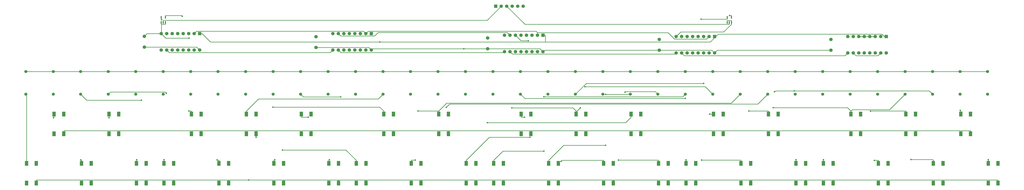
<source format=gtl>
G04 Layer: TopLayer*
G04 EasyEDA v6.5.40, 2024-07-22 23:31:44*
G04 cb6e2e9fbd21486d88ae5690d2d3dc00,10*
G04 Gerber Generator version 0.2*
G04 Scale: 100 percent, Rotated: No, Reflected: No *
G04 Dimensions in millimeters *
G04 leading zeros omitted , absolute positions ,4 integer and 5 decimal *
%FSLAX45Y45*%
%MOMM*%

%ADD10C,0.2540*%
%ADD11R,0.4900X1.1570*%
%ADD12R,0.4900X1.1750*%
%ADD13R,1.5000X2.3000*%
%ADD14C,1.6000*%
%ADD15R,1.6000X1.6000*%
%ADD16C,1.5748*%
%ADD17R,1.5748X1.5748*%
%ADD18C,1.4000*%
%ADD19C,0.7000*%
%ADD20C,0.0170*%

%LPD*%
D10*
X14693900Y4191000D02*
G01*
X14575916Y4073017D01*
X7132599Y4073017D01*
X7014616Y4191000D01*
X33020000Y5386857D02*
G01*
X33014411Y5381244D01*
X23574756Y5381244D01*
X22733000Y6223000D01*
X33020000Y5472633D02*
G01*
X33020000Y5386857D01*
X38493700Y4051300D02*
G01*
X38370256Y3927932D01*
X30937708Y3927932D01*
X30814518Y4051300D01*
X22627158Y4114800D02*
G01*
X22583470Y4071112D01*
X15067788Y4071112D01*
X14947900Y4191000D01*
X22479000Y6223000D02*
G01*
X21830131Y5574131D01*
X6873722Y5574131D01*
X6858000Y5558409D01*
X6858000Y5472633D02*
G01*
X6858000Y5558409D01*
X30560518Y4051300D02*
G01*
X30511750Y4002481D01*
X22993477Y4002481D01*
X22881158Y4114800D01*
X10697006Y1359915D02*
G01*
X11254409Y1917319D01*
X16793311Y1917319D01*
X17018000Y2142007D01*
X10697006Y1216990D02*
G01*
X10697006Y1359915D01*
X33114995Y5703366D02*
G01*
X33114995Y5790031D01*
X33114995Y5790031D02*
G01*
X33037779Y5790031D01*
X16217900Y4953000D02*
G01*
X16109797Y5061102D01*
X8392718Y5061102D01*
X8284616Y4953000D01*
X24151158Y4991988D02*
G01*
X30187391Y4991988D01*
X30485079Y4694402D01*
X31965645Y4694402D01*
X32084518Y4813300D01*
X24151158Y4876800D02*
G01*
X24151158Y4991988D01*
X24151158Y4991988D02*
G01*
X24082044Y5061102D01*
X16326002Y5061102D01*
X16217900Y4953000D01*
X22881158Y4876800D02*
G01*
X22758476Y4999481D01*
X16784548Y4999481D01*
X16625087Y4840020D01*
X15060879Y4840020D01*
X14947900Y4953000D01*
X508000Y2142007D02*
G01*
X537006Y2113000D01*
X537006Y-1069009D01*
X41176956Y1216990D02*
G01*
X41176956Y1359915D01*
X41176956Y1359915D02*
G01*
X39549577Y1359915D01*
X39545768Y1356309D01*
X1807006Y1216990D02*
G01*
X1807006Y1074064D01*
X1779320Y1050569D02*
G01*
X1802815Y1074064D01*
X1807006Y1074064D01*
X8157006Y1216990D02*
G01*
X8157006Y1359915D01*
X8157006Y1359915D02*
G01*
X8037220Y1359915D01*
X8606993Y449935D02*
G01*
X8607170Y450113D01*
X11146815Y450113D01*
X11146993Y449935D01*
X8606993Y307009D02*
G01*
X8606993Y449935D01*
X11146993Y307009D02*
G01*
X11146993Y449935D01*
X7336993Y-1978990D02*
G01*
X7336993Y-1836064D01*
X6066993Y-1978990D02*
G01*
X6066993Y-1836064D01*
X3526993Y-1978990D02*
G01*
X3526993Y-1836064D01*
X6066993Y-1835886D02*
G01*
X6066993Y-1836064D01*
X4796993Y449935D02*
G01*
X4796815Y450113D01*
X2257170Y450113D01*
X2256993Y449935D01*
X2256993Y307009D02*
G01*
X2256993Y449935D01*
X986993Y-1978990D02*
G01*
X986993Y-1836064D01*
X3526993Y-1835886D02*
G01*
X3526993Y-1836064D01*
X6066993Y-1835886D02*
G01*
X3526993Y-1835886D01*
X3526993Y-1835886D02*
G01*
X987170Y-1835886D01*
X986993Y-1836064D01*
X4796993Y307009D02*
G01*
X4796993Y439851D01*
X4796993Y439851D02*
G01*
X4796993Y449935D01*
X4796993Y449935D02*
G01*
X4797170Y450113D01*
X8606815Y450113D01*
X8606993Y449935D01*
X9876993Y-1978990D02*
G01*
X9876993Y-1836064D01*
X7336993Y-1836064D02*
G01*
X7336993Y-1835886D01*
X6066993Y-1835886D02*
G01*
X7336993Y-1835886D01*
X7336993Y-1835886D02*
G01*
X9876815Y-1835886D01*
X9876993Y-1836064D01*
X45437043Y-1836064D02*
G01*
X45436790Y-1835886D01*
X42897298Y-1835886D01*
X42897043Y-1836064D01*
X45437043Y-1978990D02*
G01*
X45437043Y-1836064D01*
X44167043Y307009D02*
G01*
X44167043Y449935D01*
X41627043Y307009D02*
G01*
X41627043Y449935D01*
X42897043Y-1978990D02*
G01*
X42897043Y-1846148D01*
X42897043Y-1846148D02*
G01*
X42897043Y-1836064D01*
X42897043Y-1836064D02*
G01*
X42896790Y-1835886D01*
X40357298Y-1835886D01*
X40357043Y-1836064D01*
X39087043Y307009D02*
G01*
X39087043Y449935D01*
X41627043Y450113D02*
G01*
X41627043Y449935D01*
X44167043Y449935D02*
G01*
X44166790Y450113D01*
X41627043Y450113D01*
X40357043Y-1978990D02*
G01*
X40357043Y-1846148D01*
X40357043Y-1846148D02*
G01*
X40357043Y-1836064D01*
X40357043Y-1836064D02*
G01*
X40356790Y-1835886D01*
X37817298Y-1835886D01*
X37817043Y-1836064D01*
X35277043Y307009D02*
G01*
X35277043Y449935D01*
X39087043Y450113D02*
G01*
X39087043Y449935D01*
X41627043Y450113D02*
G01*
X39087043Y450113D01*
X37817043Y-1978990D02*
G01*
X37817043Y-1846148D01*
X37817043Y-1846148D02*
G01*
X37817043Y-1836064D01*
X37817043Y-1836064D02*
G01*
X37816790Y-1835886D01*
X36547298Y-1835886D01*
X36547043Y-1836064D01*
X36547043Y-1978990D02*
G01*
X36547043Y-1846148D01*
X36547043Y-1846148D02*
G01*
X36547043Y-1836064D01*
X36547043Y-1836064D02*
G01*
X36546790Y-1835886D01*
X34007298Y-1835886D01*
X34007043Y-1836064D01*
X32737043Y307009D02*
G01*
X32737043Y449935D01*
X35277043Y450113D02*
G01*
X35277043Y449935D01*
X39087043Y450113D02*
G01*
X35277043Y450113D01*
X34007043Y-1978990D02*
G01*
X34007043Y-1846148D01*
X34007043Y-1846148D02*
G01*
X34007043Y-1836064D01*
X34007043Y-1836064D02*
G01*
X34006790Y-1835886D01*
X31467298Y-1835886D01*
X31467043Y-1836064D01*
X35277043Y450113D02*
G01*
X32737298Y450113D01*
X32737043Y449935D01*
X31467043Y-1978990D02*
G01*
X31467043Y-1846148D01*
X31467043Y-1846148D02*
G01*
X31467043Y-1836064D01*
X31467043Y-1836064D02*
G01*
X31466790Y-1835886D01*
X30197298Y-1835886D01*
X30197043Y-1836064D01*
X30197043Y-1978990D02*
G01*
X30197043Y-1846148D01*
X30197043Y-1846148D02*
G01*
X30197043Y-1836064D01*
X26387043Y307009D02*
G01*
X26387043Y449935D01*
X27657043Y-1978990D02*
G01*
X27657043Y-1846148D01*
X27657043Y-1846148D02*
G01*
X27657043Y-1836064D01*
X27657043Y-1836064D02*
G01*
X27656790Y-1835886D01*
X25117170Y-1835886D01*
X25116993Y-1836064D01*
X26387043Y450113D02*
G01*
X26387043Y449935D01*
X28927043Y449935D02*
G01*
X28926790Y450113D01*
X26387043Y450113D01*
X26387043Y450113D02*
G01*
X23847170Y450113D01*
X23846993Y449935D01*
X25116993Y-1978990D02*
G01*
X25116993Y-1846148D01*
X25116993Y-1846148D02*
G01*
X25116993Y-1836064D01*
X25116993Y-1836064D02*
G01*
X25116815Y-1835886D01*
X22577170Y-1835886D01*
X22576993Y-1836064D01*
X23846993Y439851D02*
G01*
X23846993Y449935D01*
X23846993Y307009D02*
G01*
X23846993Y439851D01*
X23846993Y449935D02*
G01*
X23846840Y450087D01*
X20037145Y450087D01*
X20036993Y449935D01*
X22576993Y-1978990D02*
G01*
X22576993Y-1846148D01*
X22576993Y-1846148D02*
G01*
X22576993Y-1836064D01*
X22576993Y-1836064D02*
G01*
X22576815Y-1835886D01*
X21307170Y-1835886D01*
X21306993Y-1836064D01*
X21306993Y-1978990D02*
G01*
X21306993Y-1846148D01*
X21306993Y-1846148D02*
G01*
X21306993Y-1836064D01*
X21306993Y-1836064D02*
G01*
X21306815Y-1835886D01*
X18767170Y-1835886D01*
X18766993Y-1836064D01*
X20036993Y307009D02*
G01*
X20036993Y439851D01*
X20036993Y439851D02*
G01*
X20036993Y449935D01*
X20036993Y449935D02*
G01*
X20036815Y450113D01*
X17497170Y450113D01*
X17496993Y449935D01*
X18766993Y-1978990D02*
G01*
X18766993Y-1846148D01*
X18766993Y-1846148D02*
G01*
X18766993Y-1836064D01*
X18766993Y-1836064D02*
G01*
X18766815Y-1835886D01*
X16227170Y-1835886D01*
X16226993Y-1836064D01*
X17496993Y307009D02*
G01*
X17496993Y439851D01*
X17496993Y439851D02*
G01*
X17496993Y449935D01*
X17496993Y449935D02*
G01*
X17496815Y450113D01*
X13687170Y450113D01*
X13686993Y449935D01*
X16226993Y-1978990D02*
G01*
X16226993Y-1846148D01*
X16226993Y-1846148D02*
G01*
X16226993Y-1836064D01*
X16226993Y-1836064D02*
G01*
X16226815Y-1835886D01*
X14957170Y-1835886D01*
X14956993Y-1836064D01*
X14956993Y-1978990D02*
G01*
X14956993Y-1846148D01*
X14956993Y-1846148D02*
G01*
X14956993Y-1836064D01*
X14956993Y-1836064D02*
G01*
X14956815Y-1835886D01*
X12417170Y-1835886D01*
X12416993Y-1836064D01*
X13686993Y307009D02*
G01*
X13686993Y439851D01*
X13686993Y439851D02*
G01*
X13686993Y449935D01*
X13686993Y449935D02*
G01*
X13686815Y450113D01*
X11147170Y450113D01*
X11146993Y449935D01*
X12416993Y-1978990D02*
G01*
X12416993Y-1846148D01*
X12416993Y-1846148D02*
G01*
X12416993Y-1836064D01*
X30197043Y-1836064D02*
G01*
X30196790Y-1835886D01*
X27657298Y-1835886D01*
X27657043Y-1836064D01*
X6763004Y5703366D02*
G01*
X6763004Y5613476D01*
X6782308Y5594172D01*
X16471900Y4191000D02*
G01*
X16353586Y4309313D01*
X13914958Y4309313D01*
X37714682Y4182313D02*
G01*
X32469582Y4182313D01*
X32338518Y4051300D01*
X32338518Y4051300D02*
G01*
X32207454Y4182313D01*
X29781500Y4182313D01*
X29781500Y4182313D02*
G01*
X24472671Y4182313D01*
X24405158Y4114800D01*
X24405158Y4114800D02*
G01*
X24274145Y4245813D01*
X21848241Y4245813D01*
X16471900Y4191000D02*
G01*
X16526713Y4245813D01*
X20748243Y4245813D01*
X20748243Y4245813D02*
G01*
X21848241Y4245813D01*
X8538616Y4191000D02*
G01*
X8407603Y4322013D01*
X5981700Y4322013D01*
X28927043Y439851D02*
G01*
X28927043Y449935D01*
X28927043Y307009D02*
G01*
X28927043Y439851D01*
X28927043Y449935D02*
G01*
X28927298Y450113D01*
X32736790Y450113D01*
X32737043Y449935D01*
X12416993Y-1836064D02*
G01*
X12416815Y-1835886D01*
X10804448Y-1835886D01*
X10804448Y-1835886D02*
G01*
X9877170Y-1835886D01*
X9876993Y-1836064D01*
X11146993Y138785D02*
G01*
X11146993Y307009D01*
X32925004Y5703366D02*
G01*
X32925004Y5616702D01*
X32925004Y5616702D02*
G01*
X31716979Y5616702D01*
X44958000Y3191992D02*
G01*
X43688000Y3191992D01*
X43688000Y3191992D02*
G01*
X42418000Y3191992D01*
X42418000Y3191992D02*
G01*
X41148000Y3191992D01*
X41148000Y3191992D02*
G01*
X39878000Y3191992D01*
X39878000Y3191992D02*
G01*
X38608000Y3191992D01*
X37338000Y3191992D02*
G01*
X38608000Y3191992D01*
X36068000Y3191992D02*
G01*
X37338000Y3191992D01*
X33528000Y3191992D02*
G01*
X32258000Y3191992D01*
X30988000Y3191992D02*
G01*
X32258000Y3191992D01*
X29718000Y3191992D02*
G01*
X30988000Y3191992D01*
X28448000Y3191992D02*
G01*
X29718000Y3191992D01*
X27178000Y3191992D02*
G01*
X28448000Y3191992D01*
X25908000Y3191992D02*
G01*
X27178000Y3191992D01*
X24638000Y3191992D02*
G01*
X25908000Y3191992D01*
X23368000Y3191992D02*
G01*
X24638000Y3191992D01*
X22098000Y3191992D02*
G01*
X23368000Y3191992D01*
X20828000Y3191992D02*
G01*
X22098000Y3191992D01*
X19558000Y3191992D02*
G01*
X20828000Y3191992D01*
X18288000Y3191992D02*
G01*
X19558000Y3191992D01*
X17018000Y3191992D02*
G01*
X18288000Y3191992D01*
X15748000Y3191992D02*
G01*
X17018000Y3191992D01*
X14478000Y3191992D02*
G01*
X15748000Y3191992D01*
X13208000Y3191992D02*
G01*
X14478000Y3191992D01*
X11938000Y3191992D02*
G01*
X13208000Y3191992D01*
X10668000Y3191992D02*
G01*
X11938000Y3191992D01*
X508000Y3191992D02*
G01*
X1778000Y3191992D01*
X1778000Y3191992D02*
G01*
X3035300Y3191992D01*
X3035300Y3191992D02*
G01*
X4318000Y3191992D01*
X4318000Y3191992D02*
G01*
X5588000Y3191992D01*
X5588000Y3191992D02*
G01*
X6858000Y3191992D01*
X6858000Y3191992D02*
G01*
X8128000Y3191992D01*
X6952995Y5472633D02*
G01*
X6952995Y5386857D01*
X6763004Y5472633D02*
G01*
X6763004Y5386857D01*
X6952995Y5386857D02*
G01*
X6947839Y5381701D01*
X6768160Y5381701D01*
X6768160Y5381701D02*
G01*
X6763004Y5386857D01*
X33114995Y5558409D02*
G01*
X33112456Y5560847D01*
X32927543Y5560847D01*
X32925004Y5558409D01*
X32925004Y5472633D02*
G01*
X32925004Y5558409D01*
X33114995Y5515533D02*
G01*
X33114995Y5558409D01*
X33114995Y5515533D02*
G01*
X33114995Y5472633D01*
X33114995Y5386857D02*
G01*
X32754824Y5026787D01*
X30773877Y5026787D01*
X30560518Y4813300D01*
X33114995Y5472633D02*
G01*
X33114995Y5386857D01*
X39763700Y4813300D02*
G01*
X39509700Y4813300D01*
X39509700Y4813300D02*
G01*
X39255700Y4813300D01*
X39255700Y4813300D02*
G01*
X39001700Y4813300D01*
X36068000Y3191992D02*
G01*
X34798000Y3191992D01*
X34798000Y3191992D02*
G01*
X33528000Y3191992D01*
X10668000Y3191992D02*
G01*
X9385300Y3191992D01*
X9385300Y3191992D02*
G01*
X8128000Y3191992D01*
X6768160Y5381701D02*
G01*
X6768160Y4960543D01*
X6760616Y4953000D01*
X6760616Y4953000D02*
G01*
X6112687Y4953000D01*
X5981700Y4822012D01*
X40017700Y4051300D02*
G01*
X39894256Y3927830D01*
X38871143Y3927830D01*
X38747700Y4051300D01*
X8052384Y4738852D02*
G01*
X6974763Y4738852D01*
X6760616Y4953000D01*
X40271700Y4813300D02*
G01*
X40163750Y4813300D01*
X32338518Y4813300D02*
G01*
X32392365Y4813300D01*
X32392365Y4813300D02*
G01*
X32505650Y4926634D01*
X40077390Y4926634D01*
X40163750Y4840274D01*
X40163750Y4813300D01*
X24405183Y4876800D02*
G01*
X24513082Y4876800D01*
X6952995Y5703366D02*
G01*
X6952995Y5790031D01*
X6952995Y5790031D02*
G01*
X7701610Y5790031D01*
X7738160Y5753480D01*
X24513082Y4562119D02*
G01*
X24513082Y4876800D01*
X32392365Y4813300D02*
G01*
X32141159Y4562119D01*
X24513082Y4562119D01*
X24513082Y4562119D02*
G01*
X16862780Y4562119D01*
X16862780Y4562119D02*
G01*
X9037421Y4562119D01*
X8646540Y4953000D01*
X8538641Y4953000D02*
G01*
X8646540Y4953000D01*
X6887006Y-1069009D02*
G01*
X6887006Y-900506D01*
X17047006Y1216990D02*
G01*
X17047006Y1359915D01*
X17047006Y1359915D02*
G01*
X16866412Y1540510D01*
X11927306Y1540510D01*
X42418000Y2142007D02*
G01*
X42264838Y2295296D01*
X36026598Y2295296D01*
X37366956Y-900125D02*
G01*
X37366956Y-1069009D01*
X36026598Y2295296D02*
G01*
X35147758Y2295296D01*
X35107372Y2254885D01*
X39719758Y-935710D02*
G01*
X39729409Y-926084D01*
X39906956Y-926084D01*
X39906956Y-1069009D02*
G01*
X39906956Y-926084D01*
X38636956Y1216990D02*
G01*
X38636956Y1359915D01*
X41148000Y2142007D02*
G01*
X40425624Y1419656D01*
X38696646Y1419656D01*
X38636956Y1359915D01*
X38636956Y1359915D02*
G01*
X38484556Y1512265D01*
X35045904Y1512265D01*
X36096956Y-902538D02*
G01*
X36096956Y-1069009D01*
X25908000Y2142007D02*
G01*
X26409650Y2643682D01*
X31828486Y2643682D01*
X34826956Y1216990D02*
G01*
X34826956Y1359915D01*
X34826956Y1359915D02*
G01*
X33924493Y1359915D01*
X31735013Y-913460D02*
G01*
X33544509Y-913460D01*
X33556956Y-926084D01*
X33556956Y-1069009D02*
G01*
X33556956Y-926084D01*
X32286956Y1216990D02*
G01*
X32112204Y1216990D01*
X23368000Y2142007D02*
G01*
X23566399Y1943607D01*
X30988000Y1943607D01*
X31016956Y-903579D02*
G01*
X31016956Y-1069009D01*
X27206956Y-1069009D02*
G01*
X27206956Y-926084D01*
X27206956Y-926084D02*
G01*
X25294336Y-926084D01*
X25243281Y-977264D01*
X26136854Y1505229D02*
G01*
X25991566Y1359915D01*
X25936956Y1359915D01*
X25936956Y1216990D02*
G01*
X25936956Y1349832D01*
X25936956Y1349832D02*
G01*
X25936956Y1359915D01*
X25936956Y1359915D02*
G01*
X25791668Y1505229D01*
X22967746Y1505229D01*
X23135158Y4876800D02*
G01*
X23386415Y4625543D01*
X23732769Y4625543D01*
X23732769Y4625517D01*
X27304745Y2129891D02*
G01*
X28435808Y2129891D01*
X28448000Y2142007D01*
X24667006Y-1069009D02*
G01*
X24667006Y-926084D01*
X24667006Y-926084D02*
G01*
X25362916Y-230276D01*
X27304745Y-230276D01*
X23397006Y1216990D02*
G01*
X23397006Y1074064D01*
X23550727Y1074064D02*
G01*
X23397006Y1074064D01*
X29718000Y2142007D02*
G01*
X29601413Y2258568D01*
X28217622Y2258568D01*
X28196540Y2237511D01*
X22127006Y-926084D02*
G01*
X22549332Y-503758D01*
X24452351Y-503758D01*
X22127006Y-1069009D02*
G01*
X22127006Y-926084D01*
X30988000Y2142007D02*
G01*
X30866588Y2020646D01*
X24452351Y2020646D01*
X32258000Y2142007D02*
G01*
X31910274Y2489758D01*
X26347927Y2489758D01*
X20857006Y-1069009D02*
G01*
X20857006Y-926084D01*
X20857006Y-926084D02*
G01*
X21923857Y140766D01*
X23807775Y140766D01*
X19587006Y1216990D02*
G01*
X19587006Y1359915D01*
X19587006Y1359915D02*
G01*
X18633643Y1359915D01*
X19587006Y1359915D02*
G01*
X19952030Y1724939D01*
X33110932Y1724939D01*
X33528000Y2142007D01*
X15777006Y-926084D02*
G01*
X15297327Y-446404D01*
X12369190Y-446404D01*
X15777006Y-1069009D02*
G01*
X15777006Y-926084D01*
X14507006Y-1069009D02*
G01*
X14507006Y-926084D01*
X14536420Y-901395D02*
G01*
X14511731Y-926084D01*
X14507006Y-926084D01*
X13208000Y2142007D02*
G01*
X13335838Y2014169D01*
X15055951Y2014169D01*
X13237006Y1216990D02*
G01*
X13237006Y1074064D01*
X13237006Y1074064D02*
G01*
X13559840Y1074064D01*
X11967006Y-926084D02*
G01*
X11987961Y-926084D01*
X12012371Y-901674D01*
X11967006Y-1069009D02*
G01*
X11967006Y-926084D01*
X4346981Y1216990D02*
G01*
X4346981Y1048638D01*
X4346956Y1048638D01*
X4318000Y2142007D02*
G01*
X4420844Y2244852D01*
X6936384Y2244852D01*
X6996531Y2184704D01*
X3076981Y-1069009D02*
G01*
X3076981Y-926084D01*
X3076981Y-926084D02*
G01*
X3070225Y-926084D01*
X3047720Y-903579D01*
X3035300Y2142007D02*
G01*
X3318509Y1858797D01*
X5843600Y1858797D01*
X42446956Y-1069009D02*
G01*
X42446956Y-926084D01*
X42446956Y-926084D02*
G01*
X42414698Y-893851D01*
X41419525Y-893851D01*
X43716956Y1216990D02*
G01*
X43716956Y1359915D01*
X43693334Y1383715D02*
G01*
X43716956Y1359915D01*
X44986956Y-1069009D02*
G01*
X44986956Y-901928D01*
X5617006Y-1069009D02*
G01*
X5617006Y-910412D01*
X5624931Y-902487D01*
X9427006Y-926084D02*
G01*
X9365640Y-926084D01*
X9342450Y-902893D01*
X9427006Y-1069009D02*
G01*
X9427006Y-926084D01*
X18503188Y-913460D02*
G01*
X18329630Y-913460D01*
X18317006Y-926084D01*
X18317006Y-1069009D02*
G01*
X18317006Y-926084D01*
X34798000Y2142007D02*
G01*
X34340038Y1684146D01*
X20086599Y1684146D01*
X19934250Y1531797D01*
X28476956Y1216990D02*
G01*
X28476956Y1074064D01*
X28476956Y1074064D02*
G01*
X28222193Y819200D01*
X21843618Y819200D01*
X27896565Y-913460D02*
G01*
X29734509Y-913460D01*
X29746956Y-926084D01*
X29746956Y-1069009D02*
G01*
X29746956Y-926084D01*
D11*
G01*
X32925004Y5472633D03*
G01*
X33020000Y5472633D03*
G01*
X33114995Y5472633D03*
D12*
G01*
X33114995Y5703366D03*
G01*
X32925004Y5703366D03*
D11*
G01*
X6763004Y5472633D03*
G01*
X6858000Y5472633D03*
G01*
X6952995Y5472633D03*
D12*
G01*
X6952995Y5703366D03*
G01*
X6763004Y5703366D03*
D13*
G01*
X9877018Y-1069009D03*
G01*
X9876993Y-1978990D03*
G01*
X9427006Y-1069009D03*
G01*
X9427006Y-1978990D03*
G01*
X11147018Y1216990D03*
G01*
X11146993Y307009D03*
G01*
X10697006Y1216990D03*
G01*
X10697006Y307009D03*
G01*
X12417018Y-1069009D03*
G01*
X12416993Y-1978990D03*
G01*
X11967006Y-1069009D03*
G01*
X11967006Y-1978990D03*
G01*
X13687018Y1216990D03*
G01*
X13686993Y307009D03*
G01*
X13237006Y1216990D03*
G01*
X13237006Y307009D03*
G01*
X14957018Y-1069009D03*
G01*
X14956993Y-1978990D03*
G01*
X14507006Y-1069009D03*
G01*
X14507006Y-1978990D03*
G01*
X16227018Y-1069009D03*
G01*
X16226993Y-1978990D03*
G01*
X15777006Y-1069009D03*
G01*
X15777006Y-1978990D03*
G01*
X17497018Y1216990D03*
G01*
X17496993Y307009D03*
G01*
X17047006Y1216990D03*
G01*
X17047006Y307009D03*
G01*
X18767018Y-1069009D03*
G01*
X18766993Y-1978990D03*
G01*
X18317006Y-1069009D03*
G01*
X18317006Y-1978990D03*
G01*
X20037018Y1216990D03*
G01*
X20036993Y307009D03*
G01*
X19587006Y1216990D03*
G01*
X19587006Y307009D03*
G01*
X21307018Y-1069009D03*
G01*
X21306993Y-1978990D03*
G01*
X20857006Y-1069009D03*
G01*
X20857006Y-1978990D03*
G01*
X22577018Y-1069009D03*
G01*
X22576993Y-1978990D03*
G01*
X22127006Y-1069009D03*
G01*
X22127006Y-1978990D03*
G01*
X23847018Y1216990D03*
G01*
X23846993Y307009D03*
G01*
X23397006Y1216990D03*
G01*
X23397006Y307009D03*
G01*
X25117018Y-1069009D03*
G01*
X25116993Y-1978990D03*
G01*
X24667006Y-1069009D03*
G01*
X24667006Y-1978990D03*
G01*
X26387018Y1216990D03*
G01*
X26386993Y307009D03*
G01*
X25937006Y1216990D03*
G01*
X25937006Y307009D03*
G01*
X27657018Y-1069009D03*
G01*
X27656993Y-1978990D03*
G01*
X27207006Y-1069009D03*
G01*
X27207006Y-1978990D03*
G01*
X28927018Y1216990D03*
G01*
X28926993Y307009D03*
G01*
X28477006Y1216990D03*
G01*
X28477006Y307009D03*
G01*
X30197018Y-1069009D03*
G01*
X30196993Y-1978990D03*
G01*
X29747006Y-1069009D03*
G01*
X29747006Y-1978990D03*
G01*
X31467018Y-1069009D03*
G01*
X31466993Y-1978990D03*
G01*
X31017006Y-1069009D03*
G01*
X31017006Y-1978990D03*
G01*
X32737018Y1216990D03*
G01*
X32736993Y307009D03*
G01*
X32287006Y1216990D03*
G01*
X32287006Y307009D03*
G01*
X34007018Y-1069009D03*
G01*
X34006993Y-1978990D03*
G01*
X33557006Y-1069009D03*
G01*
X33557006Y-1978990D03*
G01*
X35277018Y1216990D03*
G01*
X35276993Y307009D03*
G01*
X34827006Y1216990D03*
G01*
X34827006Y307009D03*
G01*
X36547018Y-1069009D03*
G01*
X36546993Y-1978990D03*
G01*
X36097006Y-1069009D03*
G01*
X36097006Y-1978990D03*
G01*
X37817018Y-1069009D03*
G01*
X37816993Y-1978990D03*
G01*
X37367006Y-1069009D03*
G01*
X37367006Y-1978990D03*
G01*
X39087018Y1216990D03*
G01*
X39086993Y307009D03*
G01*
X38637006Y1216990D03*
G01*
X38637006Y307009D03*
G01*
X40357018Y-1069009D03*
G01*
X40356993Y-1978990D03*
G01*
X39907006Y-1069009D03*
G01*
X39907006Y-1978990D03*
G01*
X41627018Y1216990D03*
G01*
X41626993Y307009D03*
G01*
X41177006Y1216990D03*
G01*
X41177006Y307009D03*
G01*
X42897018Y-1069009D03*
G01*
X42896993Y-1978990D03*
G01*
X42447006Y-1069009D03*
G01*
X42447006Y-1978990D03*
G01*
X44167018Y1216990D03*
G01*
X44166993Y307009D03*
G01*
X43717006Y1216990D03*
G01*
X43717006Y307009D03*
G01*
X45437018Y-1069009D03*
G01*
X45436993Y-1978990D03*
G01*
X44987006Y-1069009D03*
G01*
X44987006Y-1978990D03*
G01*
X987018Y-1069009D03*
G01*
X986993Y-1978990D03*
G01*
X537006Y-1069009D03*
G01*
X537006Y-1978990D03*
G01*
X2257018Y1216990D03*
G01*
X2256993Y307009D03*
G01*
X1807006Y1216990D03*
G01*
X1807006Y307009D03*
G01*
X3527018Y-1069009D03*
G01*
X3526993Y-1978990D03*
G01*
X3076981Y-1069009D03*
G01*
X3076981Y-1978990D03*
G01*
X4797018Y1216990D03*
G01*
X4796993Y307009D03*
G01*
X4346981Y1216990D03*
G01*
X4346981Y307009D03*
G01*
X6067018Y-1069009D03*
G01*
X6066993Y-1978990D03*
G01*
X5617006Y-1069009D03*
G01*
X5617006Y-1978990D03*
G01*
X7337018Y-1069009D03*
G01*
X7336993Y-1978990D03*
G01*
X6887006Y-1069009D03*
G01*
X6887006Y-1978990D03*
G01*
X8607018Y1216990D03*
G01*
X8606993Y307009D03*
G01*
X8157006Y1216990D03*
G01*
X8157006Y307009D03*
D14*
G01*
X5981700Y4322013D03*
G01*
X5981700Y4822012D03*
G01*
X13914958Y4309313D03*
G01*
X13914958Y4809312D03*
G01*
X21848241Y4245813D03*
G01*
X21848241Y4745812D03*
G01*
X29781500Y4182313D03*
G01*
X29781500Y4682312D03*
G01*
X37714783Y4182313D03*
G01*
X37714783Y4682312D03*
G01*
X8538616Y4191000D03*
G01*
X8284616Y4191000D03*
G01*
X8030616Y4191000D03*
G01*
X7776616Y4191000D03*
G01*
X7522616Y4191000D03*
G01*
X7268616Y4191000D03*
G01*
X7014616Y4191000D03*
G01*
X6760616Y4191000D03*
G01*
X6760616Y4953000D03*
G01*
X7014616Y4953000D03*
G01*
X7268616Y4953000D03*
G01*
X7522616Y4953000D03*
G01*
X7776616Y4953000D03*
G01*
X8030616Y4953000D03*
G01*
X8284616Y4953000D03*
D15*
G01*
X8538641Y4953000D03*
D14*
G01*
X16471900Y4191000D03*
G01*
X16217900Y4191000D03*
G01*
X15963900Y4191000D03*
G01*
X15709900Y4191000D03*
G01*
X15455900Y4191000D03*
G01*
X15201900Y4191000D03*
G01*
X14947900Y4191000D03*
G01*
X14693900Y4191000D03*
G01*
X14693900Y4953000D03*
G01*
X14947900Y4953000D03*
G01*
X15201900Y4953000D03*
G01*
X15455900Y4953000D03*
G01*
X15709900Y4953000D03*
G01*
X15963900Y4953000D03*
G01*
X16217900Y4953000D03*
D15*
G01*
X16471900Y4953000D03*
D14*
G01*
X24405158Y4114800D03*
G01*
X24151158Y4114800D03*
G01*
X23897158Y4114800D03*
G01*
X23643158Y4114800D03*
G01*
X23389158Y4114800D03*
G01*
X23135158Y4114800D03*
G01*
X22881158Y4114800D03*
G01*
X22627158Y4114800D03*
G01*
X22627158Y4876800D03*
G01*
X22881158Y4876800D03*
G01*
X23135158Y4876800D03*
G01*
X23389158Y4876800D03*
G01*
X23643158Y4876800D03*
G01*
X23897158Y4876800D03*
G01*
X24151158Y4876800D03*
D15*
G01*
X24405183Y4876800D03*
D14*
G01*
X32338441Y4051300D03*
G01*
X32084441Y4051300D03*
G01*
X31830441Y4051300D03*
G01*
X31576441Y4051300D03*
G01*
X31322441Y4051300D03*
G01*
X31068441Y4051300D03*
G01*
X30814441Y4051300D03*
G01*
X30560441Y4051300D03*
G01*
X30560441Y4813300D03*
G01*
X30814441Y4813300D03*
G01*
X31068441Y4813300D03*
G01*
X31322441Y4813300D03*
G01*
X31576441Y4813300D03*
G01*
X31830441Y4813300D03*
G01*
X32084441Y4813300D03*
D15*
G01*
X32338441Y4813300D03*
D14*
G01*
X40271700Y4051300D03*
G01*
X40017700Y4051300D03*
G01*
X39763700Y4051300D03*
G01*
X39509700Y4051300D03*
G01*
X39255700Y4051300D03*
G01*
X39001700Y4051300D03*
G01*
X38747700Y4051300D03*
G01*
X38493700Y4051300D03*
G01*
X38493700Y4813300D03*
G01*
X38747700Y4813300D03*
G01*
X39001700Y4813300D03*
G01*
X39255700Y4813300D03*
G01*
X39509700Y4813300D03*
G01*
X39763700Y4813300D03*
G01*
X40017700Y4813300D03*
D15*
G01*
X40271700Y4813300D03*
D16*
G01*
X23495000Y6223000D03*
G01*
X23241000Y6223000D03*
G01*
X22987000Y6223000D03*
G01*
X22733000Y6223000D03*
G01*
X22479000Y6223000D03*
D17*
G01*
X22225000Y6223000D03*
D18*
G01*
X8128000Y2142007D03*
G01*
X8128000Y3191992D03*
G01*
X6858000Y2142007D03*
G01*
X6858000Y3191992D03*
G01*
X5588000Y2142007D03*
G01*
X5588000Y3191992D03*
G01*
X4318000Y2142007D03*
G01*
X4318000Y3191992D03*
G01*
X3035300Y2142007D03*
G01*
X3035300Y3191992D03*
G01*
X1778000Y2142007D03*
G01*
X1778000Y3191992D03*
G01*
X508000Y2142007D03*
G01*
X508000Y3191992D03*
G01*
X9385300Y2142007D03*
G01*
X9385300Y3191992D03*
G01*
X10668000Y2142007D03*
G01*
X10668000Y3191992D03*
G01*
X11938000Y2142007D03*
G01*
X11938000Y3191992D03*
G01*
X13208000Y2142007D03*
G01*
X13208000Y3191992D03*
G01*
X14478000Y2142007D03*
G01*
X14478000Y3191992D03*
G01*
X15748000Y2142007D03*
G01*
X15748000Y3191992D03*
G01*
X17018000Y2142007D03*
G01*
X17018000Y3191992D03*
G01*
X18288000Y2142007D03*
G01*
X18288000Y3191992D03*
G01*
X19558000Y2142007D03*
G01*
X19558000Y3191992D03*
G01*
X20828000Y2142007D03*
G01*
X20828000Y3191992D03*
G01*
X22098000Y2142007D03*
G01*
X22098000Y3191992D03*
G01*
X23368000Y2142007D03*
G01*
X23368000Y3191992D03*
G01*
X24638000Y2142007D03*
G01*
X24638000Y3191992D03*
G01*
X25908000Y2142007D03*
G01*
X25908000Y3191992D03*
G01*
X27178000Y2142007D03*
G01*
X27178000Y3191992D03*
G01*
X28448000Y2142007D03*
G01*
X28448000Y3191992D03*
G01*
X29718000Y2142007D03*
G01*
X29718000Y3191992D03*
G01*
X30988000Y2142007D03*
G01*
X30988000Y3191992D03*
G01*
X32258000Y2142007D03*
G01*
X32258000Y3191992D03*
G01*
X33528000Y2142007D03*
G01*
X33528000Y3191992D03*
G01*
X34798000Y2142007D03*
G01*
X34798000Y3191992D03*
G01*
X36068000Y2142007D03*
G01*
X36068000Y3191992D03*
G01*
X37338000Y2142007D03*
G01*
X37338000Y3191992D03*
G01*
X38608000Y2142007D03*
G01*
X38608000Y3191992D03*
G01*
X39878000Y2142007D03*
G01*
X39878000Y3191992D03*
G01*
X41148000Y2142007D03*
G01*
X41148000Y3191992D03*
G01*
X42418000Y2142007D03*
G01*
X42418000Y3191992D03*
G01*
X43688000Y2142007D03*
G01*
X43688000Y3191992D03*
G01*
X44958000Y2142007D03*
G01*
X44958000Y3191992D03*
D19*
G01*
X27896565Y-913460D03*
G01*
X21843618Y819200D03*
G01*
X19934250Y1531797D03*
G01*
X18503188Y-913460D03*
G01*
X9342450Y-902893D03*
G01*
X5624931Y-902487D03*
G01*
X44986956Y-901928D03*
G01*
X43693334Y1383715D03*
G01*
X41419525Y-893851D03*
G01*
X5843600Y1858797D03*
G01*
X3047720Y-903579D03*
G01*
X6996531Y2184704D03*
G01*
X4346956Y1048638D03*
G01*
X12012371Y-901674D03*
G01*
X13559840Y1074064D03*
G01*
X14536420Y-901395D03*
G01*
X15055951Y2014169D03*
G01*
X12369190Y-446404D03*
G01*
X18633643Y1359915D03*
G01*
X23807775Y140766D03*
G01*
X26347927Y2489758D03*
G01*
X24452351Y2020646D03*
G01*
X24452351Y-503758D03*
G01*
X28196540Y2237511D03*
G01*
X23550727Y1074064D03*
G01*
X27304745Y2129891D03*
G01*
X27304745Y-230276D03*
G01*
X23732769Y4625517D03*
G01*
X22967746Y1505229D03*
G01*
X26136854Y1505229D03*
G01*
X25243281Y-977264D03*
G01*
X31016956Y-903579D03*
G01*
X30988000Y1943607D03*
G01*
X32112204Y1216990D03*
G01*
X31735013Y-913460D03*
G01*
X33924493Y1359915D03*
G01*
X31828486Y2643682D03*
G01*
X36096956Y-902538D03*
G01*
X35045904Y1512265D03*
G01*
X39719758Y-935710D03*
G01*
X37366956Y-900125D03*
G01*
X35107372Y2254885D03*
G01*
X36026598Y2295296D03*
G01*
X11927306Y1540510D03*
G01*
X6887006Y-900506D03*
G01*
X16862780Y4562119D03*
G01*
X7738160Y5753480D03*
G01*
X8052384Y4738852D03*
G01*
X31716979Y5616702D03*
G01*
X11146993Y138785D03*
G01*
X10804448Y-1835886D03*
G01*
X20748243Y4245813D03*
G01*
X6782308Y5594172D03*
G01*
X8037220Y1359915D03*
G01*
X1779320Y1050569D03*
G01*
X39545768Y1356309D03*
G01*
X33037779Y5790031D03*
M02*

</source>
